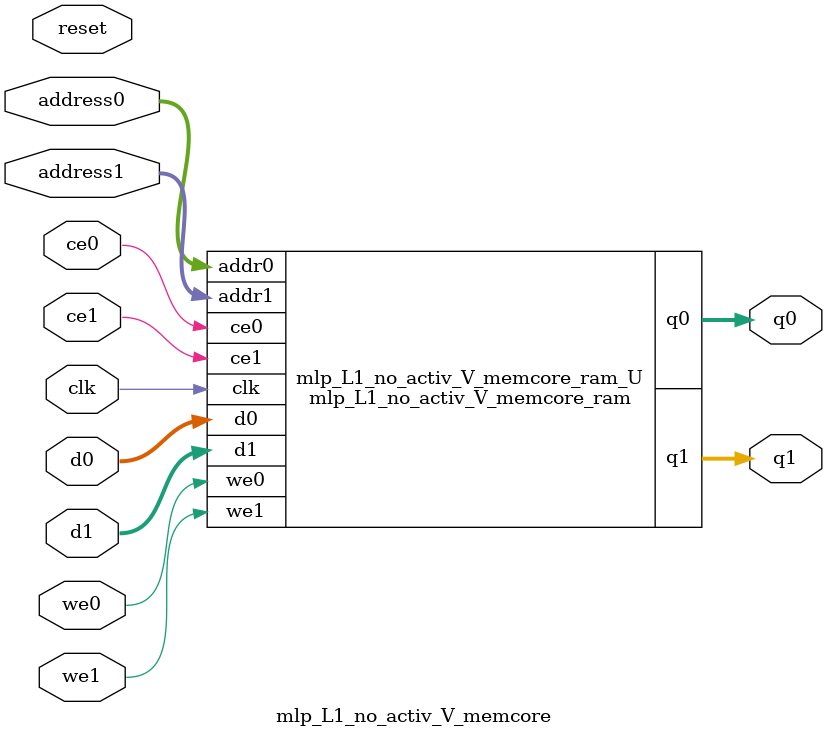
<source format=v>

`timescale 1 ns / 1 ps
module mlp_L1_no_activ_V_memcore_ram (addr0, ce0, d0, we0, q0, addr1, ce1, d1, we1, q1,  clk);

parameter DWIDTH = 18;
parameter AWIDTH = 6;
parameter MEM_SIZE = 50;

input[AWIDTH-1:0] addr0;
input ce0;
input[DWIDTH-1:0] d0;
input we0;
output reg[DWIDTH-1:0] q0;
input[AWIDTH-1:0] addr1;
input ce1;
input[DWIDTH-1:0] d1;
input we1;
output reg[DWIDTH-1:0] q1;
input clk;

(* ram_style = "distributed" *)reg [DWIDTH-1:0] ram[0:MEM_SIZE-1];




always @(posedge clk)  
begin 
    if (ce0) 
    begin
        if (we0) 
        begin 
            ram[addr0] <= d0; 
            q0 <= d0;
        end 
        else 
            q0 <= ram[addr0];
    end
end


always @(posedge clk)  
begin 
    if (ce1) 
    begin
        if (we1) 
        begin 
            ram[addr1] <= d1; 
            q1 <= d1;
        end 
        else 
            q1 <= ram[addr1];
    end
end


endmodule


`timescale 1 ns / 1 ps
module mlp_L1_no_activ_V_memcore(
    reset,
    clk,
    address0,
    ce0,
    we0,
    d0,
    q0,
    address1,
    ce1,
    we1,
    d1,
    q1);

parameter DataWidth = 32'd18;
parameter AddressRange = 32'd50;
parameter AddressWidth = 32'd6;
input reset;
input clk;
input[AddressWidth - 1:0] address0;
input ce0;
input we0;
input[DataWidth - 1:0] d0;
output[DataWidth - 1:0] q0;
input[AddressWidth - 1:0] address1;
input ce1;
input we1;
input[DataWidth - 1:0] d1;
output[DataWidth - 1:0] q1;



mlp_L1_no_activ_V_memcore_ram mlp_L1_no_activ_V_memcore_ram_U(
    .clk( clk ),
    .addr0( address0 ),
    .ce0( ce0 ),
    .we0( we0 ),
    .d0( d0 ),
    .q0( q0 ),
    .addr1( address1 ),
    .ce1( ce1 ),
    .we1( we1 ),
    .d1( d1 ),
    .q1( q1 ));

endmodule


</source>
